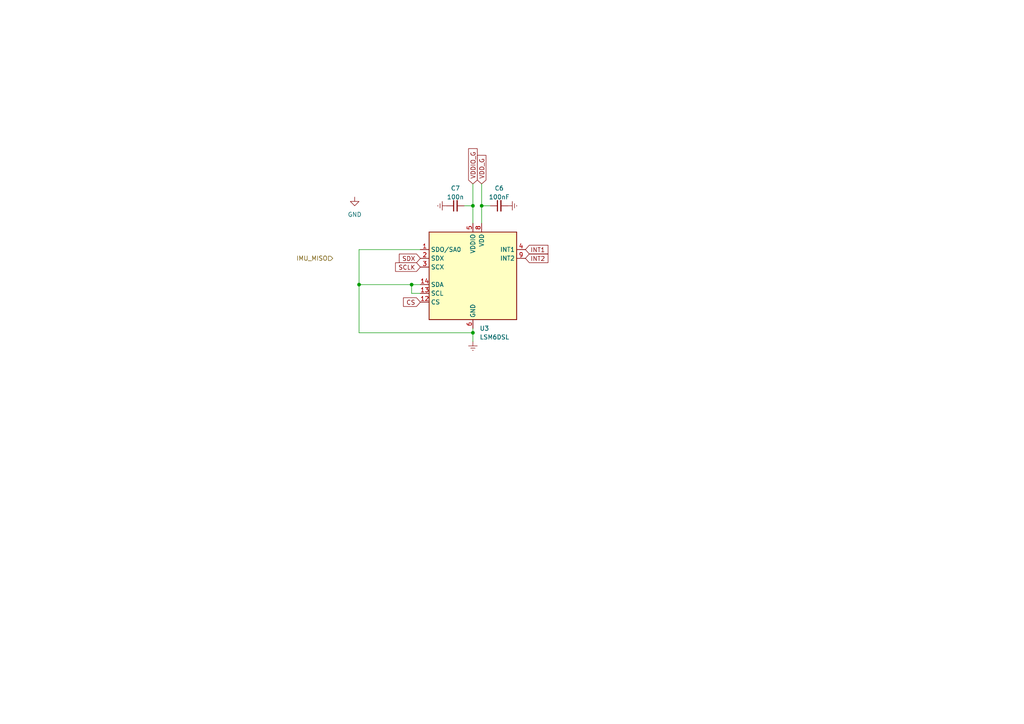
<source format=kicad_sch>
(kicad_sch (version 20230121) (generator eeschema)
  (paper "A4")
  (lib_symbols
    (symbol "Device:C_Small" (pin_numbers hide) (pin_names (offset 0.254) hide)
      (property "Reference" "C" (at 0.254 1.778 0))
      (property "Value" "C_Small" (at 0.254 -2.032 0))
      (symbol "C_Small_0_1"
        (polyline (pts (xy -1.524 -0.508) (xy 1.524 -0.508)) (stroke (width 0.3302)))
        (polyline (pts (xy -1.524 0.508) (xy 1.524 0.508)) (stroke (width 0.3048)))
      )
      (symbol "C_Small_1_1"
        (pin passive line (at 0 2.54 270) (length 2.032) (name "~") (number "1"))
        (pin passive line (at 0 -2.54 90) (length 2.032) (name "~") (number "2"))
      )
    )
    (symbol "Sensor_Motion:LSM6DSL"
      (property "Reference" "U" (at -11.43 15.24 0))
      (property "Value" "LSM6DSL" (at -11.43 12.7 0))
      (symbol "LSM6DSL_0_1"
        (rectangle (start -12.7 12.7) (end 12.7 -12.7) (stroke (width 0.254)) (fill (type background)))
      )
      (symbol "LSM6DSL_1_1"
        (pin bidirectional line (at -15.24 7.62 0) (length 2.54) (name "SDO/SA0") (number "1"))
        (pin no_connect line (at 12.7 -5.08 180) (length 3.81) hide (name "NC") (number "10"))
        (pin no_connect line (at 12.7 -2.54 180) (length 3.81) hide (name "NC") (number "11"))
        (pin input line (at -15.24 -7.62 0) (length 2.54) (name "CS") (number "12"))
        (pin input line (at -15.24 -5.08 0) (length 2.54) (name "SCL") (number "13"))
        (pin bidirectional line (at -15.24 -2.54 0) (length 2.54) (name "SDA") (number "14"))
        (pin bidirectional line (at -15.24 5.08 0) (length 2.54) (name "SDX") (number "2"))
        (pin input line (at -15.24 2.54 0) (length 2.54) (name "SCX") (number "3"))
        (pin output line (at 15.24 7.62 180) (length 2.54) (name "INT1") (number "4"))
        (pin power_in line (at 0 15.24 270) (length 2.54) (name "VDDIO") (number "5"))
        (pin power_in line (at 0 -15.24 90) (length 2.54) (name "GND") (number "6"))
        (pin passive line (at 0 -15.24 90) (length 2.54) hide (name "GND") (number "7"))
        (pin power_in line (at 2.54 15.24 270) (length 2.54) (name "VDD") (number "8"))
        (pin output line (at 15.24 5.08 180) (length 2.54) (name "INT2") (number "9"))
      )
    )
    (symbol "power:Earth" (power) (pin_names (offset 0))
      (symbol "Earth_0_1"
        (polyline (pts (xy -0.635 -1.905) (xy 0.635 -1.905)))
        (polyline (pts (xy -0.127 -2.54) (xy 0.127 -2.54)))
        (polyline (pts (xy 0 -1.27) (xy 0 0)))
        (polyline (pts (xy 1.27 -1.27) (xy -1.27 -1.27)))
      )
      (symbol "Earth_1_1"
        (pin power_in line (at 0 0 270) (length 0) hide (name "Earth") (number "1"))
      )
    )
    (symbol "power:GND" (power) (pin_names (offset 0))
      (property "Value" "GND" (at 0 -3.81 0))
      (symbol "GND_0_1"
        (polyline (pts (xy 0 0) (xy 0 -1.27) (xy 1.27 -1.27) (xy 0 -2.54) (xy -1.27 -1.27) (xy 0 -1.27)))
      )
      (symbol "GND_1_1"
        (pin power_in line (at 0 0 270) (length 0) hide (name "GND") (number "1"))
      )
    )
  )
  (junction (at 137.16 59.69))
  (junction (at 104.14 82.55))
  (junction (at 137.16 96.52))
  (junction (at 119.38 82.55))
  (junction (at 139.7 59.69))
  (wire (pts (xy 104.14 96.52) (xy 137.16 96.52)))
  (wire (pts (xy 139.7 53.34) (xy 139.7 59.69)))
  (wire (pts (xy 121.92 85.09) (xy 119.38 85.09)))
  (wire (pts (xy 119.38 85.09) (xy 119.38 82.55)))
  (wire (pts (xy 139.7 59.69) (xy 142.24 59.69)))
  (wire (pts (xy 137.16 95.25) (xy 137.16 96.52)))
  (wire (pts (xy 104.14 82.55) (xy 104.14 96.52)))
  (wire (pts (xy 104.14 82.55) (xy 119.38 82.55)))
  (wire (pts (xy 121.92 72.39) (xy 104.14 72.39)))
  (wire (pts (xy 137.16 59.69) (xy 134.62 59.69)))
  (wire (pts (xy 119.38 82.55) (xy 121.92 82.55)))
  (wire (pts (xy 104.14 72.39) (xy 104.14 82.55)))
  (wire (pts (xy 137.16 96.52) (xy 137.16 99.06)))
  (wire (pts (xy 139.7 59.69) (xy 139.7 64.77)))
  (wire (pts (xy 137.16 59.69) (xy 137.16 64.77)))
  (wire (pts (xy 137.16 53.34) (xy 137.16 59.69)))
  (global_label "SDX" (shape input) (at 121.92 74.93 180) (property "Intersheetrefs" "${INTERSHEET_REFS}" (effects hide)))
  (global_label "INT1" (shape input) (at 152.4 72.39 0) (property "Intersheetrefs" "${INTERSHEET_REFS}" (effects hide)))
  (global_label "SCLK" (shape input) (at 121.92 77.47 180) (property "Intersheetrefs" "${INTERSHEET_REFS}" (effects hide)))
  (global_label "VDD_G" (shape input) (at 139.7 53.34 90) (property "Intersheetrefs" "${INTERSHEET_REFS}" (effects hide)))
  (global_label "INT2" (shape input) (at 152.4 74.93 0) (property "Intersheetrefs" "${INTERSHEET_REFS}" (effects hide)))
  (global_label "VDDIO_G" (shape input) (at 137.16 53.34 90) (property "Intersheetrefs" "${INTERSHEET_REFS}" (effects hide)))
  (global_label "CS" (shape input) (at 121.92 87.63 180) (property "Intersheetrefs" "${INTERSHEET_REFS}" (effects hide)))
  (hierarchical_label "IMU_MISO" (shape input) (at 96.52 74.93 180))
  (symbol (lib_id "power:Earth") (at 137.16 99.06 0) (unit 1)
    (property "Reference" "#PWR03" (effects hide))
    (property "Value" "Earth" (effects hide))
  )
  (symbol (lib_id "Device:C_Small") (at 144.78 59.69 90) (unit 1)
    (property "Reference" "C6" (at 144.7863 54.61 90))
    (property "Value" "100nF" (at 144.7863 57.15 90))
    (property "Footprint" "Capacitor_SMD:C_1206_3216Metric" (effects hide))
  )
  (symbol (lib_id "Device:C_Small") (at 132.08 59.69 90) (unit 1)
    (property "Reference" "C7" (at 132.0863 54.61 90))
    (property "Value" "100n" (at 132.0863 57.15 90))
    (property "Footprint" "Capacitor_SMD:C_0402_1005Metric" (effects hide))
  )
  (symbol (lib_id "power:GND") (at 102.87 57.15 0) (unit 1)
    (property "Reference" "#PWR0201" (effects hide))
    (property "Value" "GND" (at 102.87 62.23 0))
  )
  (symbol (lib_id "power:Earth") (at 129.54 59.69 270) (unit 1)
    (property "Reference" "#PWR07" (effects hide))
    (property "Value" "Earth" (effects hide))
  )
  (symbol (lib_id "power:Earth") (at 147.32 59.69 90) (unit 1)
    (property "Reference" "#PWR05" (effects hide))
    (property "Value" "Earth" (effects hide))
  )
  (symbol (lib_id "Sensor_Motion:LSM6DSL") (at 137.16 80.01 0) (unit 1)
    (property "Reference" "U3" (at 139.1159 95.25 0) (effects (justify left)))
    (property "Value" "LSM6DSL" (at 139.1159 97.79 0) (effects (justify left)))
    (property "Footprint" "Package_LGA:LGA-14_3x2.5mm_P0.5mm_LayoutBorder3x4y" (effects hide))
    (property "Datasheet" "https://www.st.com/resource/en/datasheet/lsm6dsl.pdf" (effects hide))
  )
)
</source>
